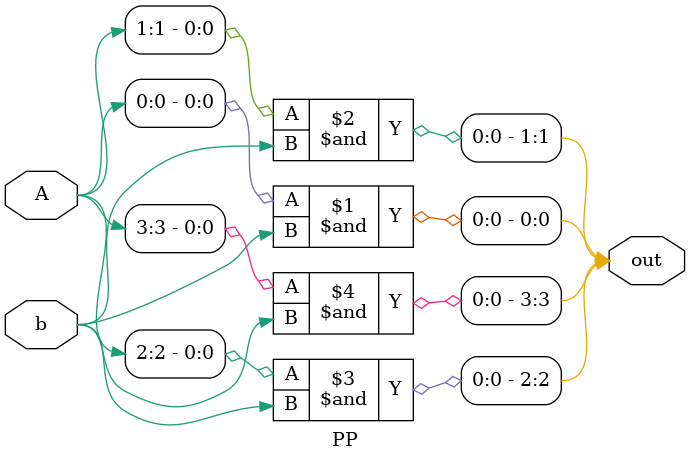
<source format=v>
`timescale 1ns / 1ps

module PP(
	input wire [3:0]   A,
	input wire         b,
	output wire [3:0]  out
    );

    assign out[0] = A[0] & b;
    assign out[1] = A[1] & b;
    assign out[2] = A[2] & b;
    assign out[3] = A[3] & b;

endmodule
</source>
